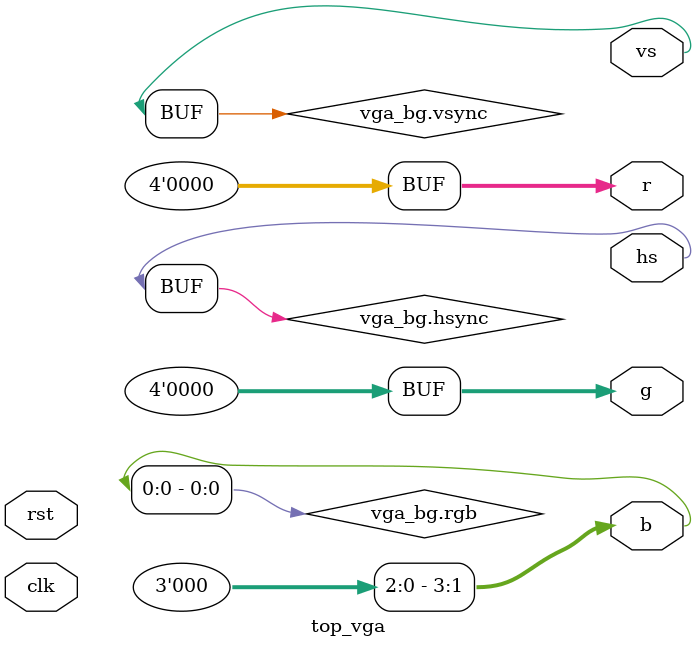
<source format=sv>

`timescale 1 ns / 1 ps

module top_vga (
    input  logic clk,
    input  logic rst,
    output logic vs,
    output logic hs,
    output logic [3:0] r,
    output logic [3:0] g,
    output logic [3:0] b 
);

//Local variables and signals:


// VGA signals from timing
vga_if vga_tim();

// VGA signals from background
vga_if vga_bg();


//Signals assignments:

assign vs = vga_bg.vsync;
assign hs = vga_bg.hsync;
assign {r,g,b} = vga_bg.rgb;


//Submodules instances:

vga_timing u_vga_timing (
    .clk,
    .rst,
    .vga_out(vga_tim)
);

draw_bg u_draw_bg (
    .clk,
    .rst,

    .vga(vga_tim),
    .vga_out(vga_bg)
  );

endmodule

</source>
